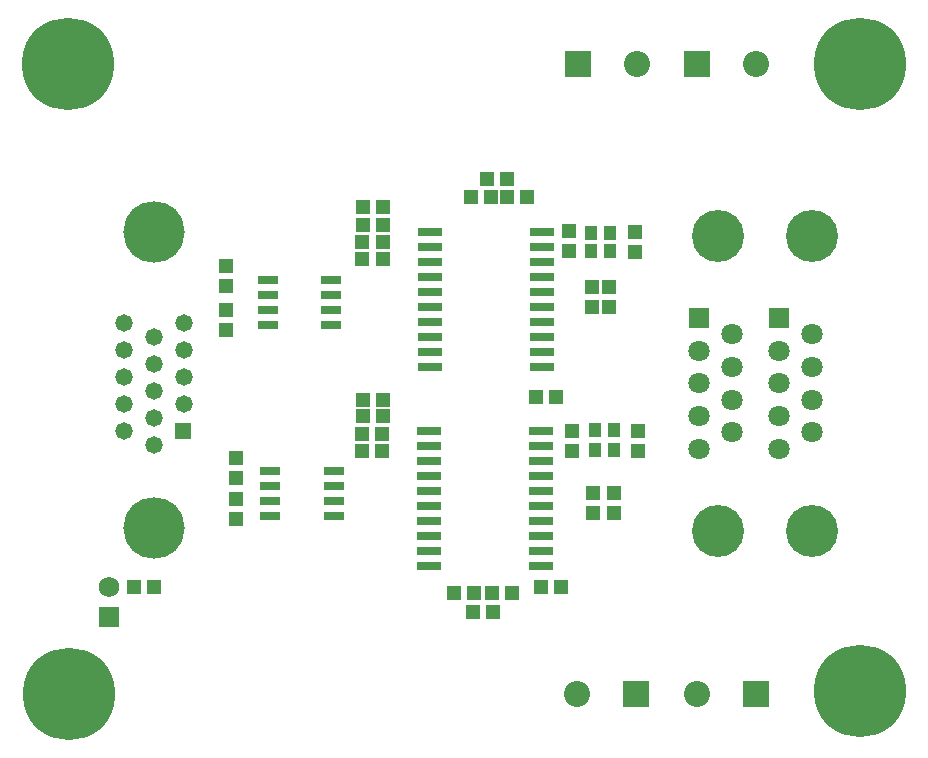
<source format=gts>
G04*
G04 #@! TF.GenerationSoftware,Altium Limited,Altium Designer,20.1.8 (145)*
G04*
G04 Layer_Color=8388736*
%FSLAX25Y25*%
%MOIN*%
G70*
G04*
G04 #@! TF.SameCoordinates,D3287E22-0F69-463A-97E5-025C8055979C*
G04*
G04*
G04 #@! TF.FilePolarity,Negative*
G04*
G01*
G75*
%ADD18R,0.04540X0.04540*%
%ADD19R,0.06900X0.03000*%
%ADD20R,0.08200X0.03000*%
%ADD21R,0.04540X0.04540*%
%ADD22R,0.04169X0.04540*%
%ADD23C,0.06800*%
%ADD24R,0.06800X0.06800*%
%ADD25C,0.07099*%
%ADD26C,0.17335*%
%ADD27R,0.07099X0.07099*%
%ADD28C,0.08674*%
%ADD29R,0.08674X0.08674*%
%ADD30C,0.20485*%
%ADD31C,0.05800*%
%ADD32R,0.05800X0.05800*%
%ADD33C,0.03800*%
%ADD34C,0.30800*%
D18*
X237866Y187500D02*
D03*
X244559D02*
D03*
X320793Y249925D02*
D03*
X314100D02*
D03*
X357659Y179100D02*
D03*
X350966D02*
D03*
X344466Y185600D02*
D03*
X351159D02*
D03*
X373553Y187600D02*
D03*
X380246D02*
D03*
X320693Y238425D02*
D03*
X314000D02*
D03*
X357252Y185627D02*
D03*
X363945D02*
D03*
X320693Y232925D02*
D03*
X314000D02*
D03*
X320847Y244425D02*
D03*
X314154D02*
D03*
X356946Y317575D02*
D03*
X350254D02*
D03*
X355442Y323520D02*
D03*
X362135D02*
D03*
X368947Y317575D02*
D03*
X362253D02*
D03*
X371754Y251000D02*
D03*
X378447D02*
D03*
X320734Y297000D02*
D03*
X314041D02*
D03*
X320734Y302500D02*
D03*
X314041D02*
D03*
X320795Y308389D02*
D03*
X314102D02*
D03*
X321034Y314100D02*
D03*
X314341D02*
D03*
D19*
X282550Y275000D02*
D03*
Y280000D02*
D03*
Y285000D02*
D03*
Y290000D02*
D03*
X303650D02*
D03*
Y285000D02*
D03*
Y280000D02*
D03*
Y275000D02*
D03*
X283350Y211100D02*
D03*
Y216100D02*
D03*
Y221100D02*
D03*
Y226100D02*
D03*
X304450D02*
D03*
Y221100D02*
D03*
Y216100D02*
D03*
Y211100D02*
D03*
D20*
X373750Y306000D02*
D03*
Y301000D02*
D03*
Y296000D02*
D03*
Y291000D02*
D03*
Y286000D02*
D03*
Y281000D02*
D03*
Y276000D02*
D03*
Y271000D02*
D03*
Y266000D02*
D03*
Y261000D02*
D03*
X336450D02*
D03*
Y266000D02*
D03*
Y271000D02*
D03*
Y276000D02*
D03*
Y281000D02*
D03*
Y286000D02*
D03*
Y291000D02*
D03*
Y296000D02*
D03*
Y301000D02*
D03*
Y306000D02*
D03*
X373450Y239700D02*
D03*
Y234700D02*
D03*
Y229700D02*
D03*
Y224700D02*
D03*
Y219700D02*
D03*
Y214700D02*
D03*
Y209700D02*
D03*
Y204700D02*
D03*
Y199700D02*
D03*
Y194700D02*
D03*
X336150D02*
D03*
Y199700D02*
D03*
Y204700D02*
D03*
Y209700D02*
D03*
Y214700D02*
D03*
Y219700D02*
D03*
Y224700D02*
D03*
Y229700D02*
D03*
Y234700D02*
D03*
Y239700D02*
D03*
D21*
X271900Y210254D02*
D03*
Y216947D02*
D03*
Y223753D02*
D03*
Y230447D02*
D03*
X397900Y218959D02*
D03*
Y212266D02*
D03*
X406000Y232954D02*
D03*
Y239647D02*
D03*
X390900Y218959D02*
D03*
Y212266D02*
D03*
X384000Y232954D02*
D03*
Y239647D02*
D03*
X390600Y287634D02*
D03*
Y280941D02*
D03*
X405025Y299153D02*
D03*
Y305847D02*
D03*
X383025Y299654D02*
D03*
Y306347D02*
D03*
X396100Y287634D02*
D03*
Y280941D02*
D03*
X268500Y273253D02*
D03*
Y279946D02*
D03*
X268400Y287754D02*
D03*
Y294446D02*
D03*
D22*
X397806Y233300D02*
D03*
X391484D02*
D03*
X397806Y239800D02*
D03*
X391484D02*
D03*
X396468Y299690D02*
D03*
X390147D02*
D03*
X396468Y305690D02*
D03*
X390147D02*
D03*
D23*
X229500Y187500D02*
D03*
D24*
Y177500D02*
D03*
D25*
X464000Y260906D02*
D03*
Y271811D02*
D03*
Y250000D02*
D03*
Y239094D02*
D03*
X452819Y233642D02*
D03*
Y244547D02*
D03*
Y266358D02*
D03*
Y255453D02*
D03*
X426205D02*
D03*
Y266358D02*
D03*
Y244547D02*
D03*
Y233642D02*
D03*
X437386Y239094D02*
D03*
Y250000D02*
D03*
Y271811D02*
D03*
Y260906D02*
D03*
D26*
X464000Y206240D02*
D03*
Y304665D02*
D03*
X432504D02*
D03*
Y206240D02*
D03*
D27*
X452819Y277264D02*
D03*
X426205D02*
D03*
D28*
X425500Y152000D02*
D03*
X445200Y362000D02*
D03*
X385658Y152000D02*
D03*
X405485Y362000D02*
D03*
D29*
X445185Y152000D02*
D03*
X425515Y362000D02*
D03*
X405342Y152000D02*
D03*
X385800Y362000D02*
D03*
D30*
X244500Y305768D02*
D03*
Y207382D02*
D03*
D31*
Y235059D02*
D03*
Y244035D02*
D03*
Y253012D02*
D03*
Y261988D02*
D03*
Y270965D02*
D03*
X254500Y275453D02*
D03*
Y266476D02*
D03*
Y257500D02*
D03*
Y248524D02*
D03*
X234500Y275453D02*
D03*
Y266476D02*
D03*
Y257500D02*
D03*
Y248524D02*
D03*
Y239547D02*
D03*
D32*
X254343Y239626D02*
D03*
D33*
X480000Y164250D02*
D03*
X491250Y153000D02*
D03*
X480000Y141750D02*
D03*
X468750Y153000D02*
D03*
X470157Y158905D02*
D03*
X474094Y162843D02*
D03*
Y143157D02*
D03*
X489843Y147095D02*
D03*
X485906Y162843D02*
D03*
X470157Y147095D02*
D03*
X485906Y143157D02*
D03*
X489843Y158905D02*
D03*
X480000Y373250D02*
D03*
X491250Y362000D02*
D03*
X480000Y350750D02*
D03*
X468750Y362000D02*
D03*
X470157Y367905D02*
D03*
X474094Y371843D02*
D03*
Y352157D02*
D03*
X489843Y356095D02*
D03*
X485906Y371843D02*
D03*
X470157Y356095D02*
D03*
X485906Y352157D02*
D03*
X489843Y367905D02*
D03*
X216000Y373250D02*
D03*
X227250Y362000D02*
D03*
X216000Y350750D02*
D03*
X204750Y362000D02*
D03*
X206157Y367905D02*
D03*
X210094Y371843D02*
D03*
Y352157D02*
D03*
X225842Y356095D02*
D03*
X221905Y371843D02*
D03*
X206157Y356095D02*
D03*
X221905Y352157D02*
D03*
X225842Y367905D02*
D03*
X216250Y163250D02*
D03*
X227500Y152000D02*
D03*
X216250Y140750D02*
D03*
X205000Y152000D02*
D03*
X206407Y157905D02*
D03*
X210345Y161843D02*
D03*
Y142157D02*
D03*
X226093Y146095D02*
D03*
X222155Y161843D02*
D03*
X206407Y146095D02*
D03*
X222155Y142157D02*
D03*
X226093Y157905D02*
D03*
D34*
X480000Y153000D02*
D03*
Y362000D02*
D03*
X216000D02*
D03*
X216250Y152000D02*
D03*
M02*

</source>
